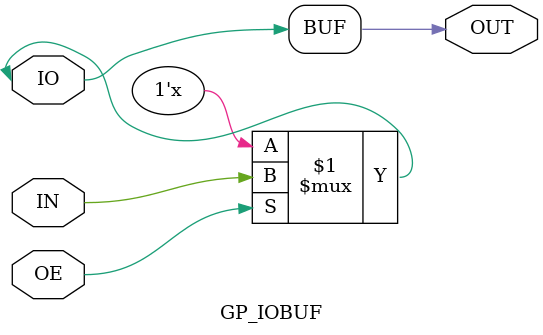
<source format=v>
module GP_IOBUF(input IN, input OE, output OUT, inout IO);
	assign OUT = IO;
	assign IO = OE ? IN : 1'bz;
endmodule
</source>
